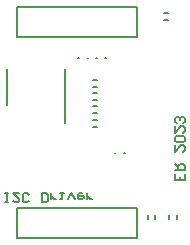
<source format=gbo>
G04*
G04 #@! TF.GenerationSoftware,Altium Limited,Altium Designer,21.9.2 (33)*
G04*
G04 Layer_Color=32896*
%FSLAX44Y44*%
%MOMM*%
G71*
G04*
G04 #@! TF.SameCoordinates,8D6B135D-26D1-4348-B727-2CCB693FEEA9*
G04*
G04*
G04 #@! TF.FilePolarity,Positive*
G04*
G01*
G75*
%ADD12C,0.2000*%
%ADD14C,0.1300*%
%ADD63C,0.1500*%
D12*
X118500Y125000D02*
X121500D01*
X118500Y119000D02*
X121500D01*
X183000Y18500D02*
Y21500D01*
X189000Y18500D02*
Y21500D01*
X155800Y2300D02*
Y27700D01*
X54200Y2300D02*
X155800D01*
X54200Y27700D02*
X155800D01*
X54200Y2300D02*
Y27700D01*
X155800Y172300D02*
Y197700D01*
X54200Y172300D02*
X155800D01*
X54200Y197700D02*
X155800D01*
X54200Y172300D02*
Y197700D01*
X178500Y187000D02*
X181500D01*
X178500Y193000D02*
X181500D01*
X136873Y73999D02*
X137250Y74000D01*
X144750D02*
X145127Y74001D01*
X171000Y18500D02*
Y21500D01*
X165000Y18500D02*
Y21500D01*
X118500Y96000D02*
X121500D01*
X118500Y102000D02*
X121500D01*
X118500Y108000D02*
X121500D01*
X118500Y114000D02*
X121500D01*
X118500Y130000D02*
X121500D01*
X118500Y136000D02*
X121500D01*
X120873Y154999D02*
X121250Y155000D01*
X128750D02*
X129127Y155001D01*
X105873Y154999D02*
X106250Y155000D01*
X113750D02*
X114127Y155001D01*
D14*
X43978Y32345D02*
X46644D01*
X45311D01*
Y40342D01*
X43978D01*
X46644D01*
X55974D02*
X50642D01*
X55974Y35011D01*
Y33678D01*
X54641Y32345D01*
X51975D01*
X50642Y33678D01*
X63971D02*
X62639Y32345D01*
X59973D01*
X58640Y33678D01*
Y39009D01*
X59973Y40342D01*
X62639D01*
X63971Y39009D01*
X74635Y32345D02*
Y40342D01*
X78633D01*
X79966Y39009D01*
Y33678D01*
X78633Y32345D01*
X74635D01*
X82632Y35011D02*
Y40342D01*
Y37677D01*
X83965Y36344D01*
X85298Y35011D01*
X86631D01*
X90630Y40342D02*
X93295D01*
X91962D01*
Y35011D01*
X90630D01*
X97294D02*
X99960Y40342D01*
X102626Y35011D01*
X109290Y40342D02*
X106624D01*
X105291Y39009D01*
Y36344D01*
X106624Y35011D01*
X109290D01*
X110623Y36344D01*
Y37677D01*
X105291D01*
X113289Y35011D02*
Y40342D01*
Y37677D01*
X114622Y36344D01*
X115955Y35011D01*
X117288D01*
X195727Y56813D02*
Y51482D01*
X187730D01*
Y56813D01*
X191729Y51482D02*
Y54148D01*
X187730Y59479D02*
X195727D01*
Y63478D01*
X194394Y64811D01*
X191729D01*
X190396Y63478D01*
Y59479D01*
Y62145D02*
X187730Y64811D01*
Y80806D02*
Y75474D01*
X193062Y80806D01*
X194394D01*
X195727Y79473D01*
Y76807D01*
X194394Y75474D01*
Y83471D02*
X195727Y84804D01*
Y87470D01*
X194394Y88803D01*
X189063D01*
X187730Y87470D01*
Y84804D01*
X189063Y83471D01*
X194394D01*
X187730Y96800D02*
Y91469D01*
X193062Y96800D01*
X194394D01*
X195727Y95468D01*
Y92802D01*
X194394Y91469D01*
Y99466D02*
X195727Y100799D01*
Y103465D01*
X194394Y104798D01*
X193062D01*
X191729Y103465D01*
Y102132D01*
Y103465D01*
X190396Y104798D01*
X189063D01*
X187730Y103465D01*
Y100799D01*
X189063Y99466D01*
D63*
X45108Y114760D02*
Y145240D01*
X94892Y100000D02*
Y145240D01*
M02*

</source>
